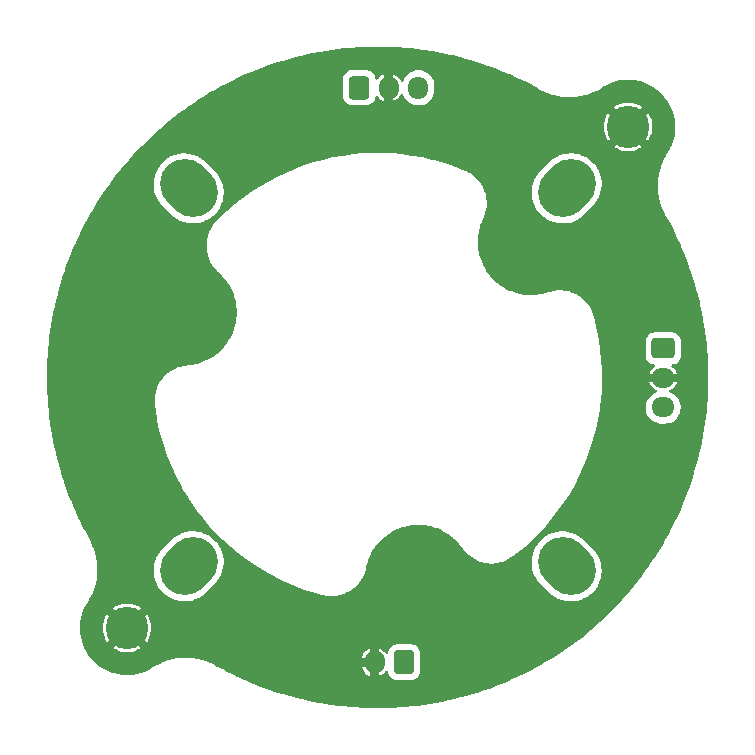
<source format=gbr>
%TF.GenerationSoftware,KiCad,Pcbnew,7.0.8*%
%TF.CreationDate,2023-11-11T10:49:39+01:00*%
%TF.ProjectId,Roborock-CPAP,526f626f-726f-4636-9b2d-435041502e6b,rev?*%
%TF.SameCoordinates,Original*%
%TF.FileFunction,Copper,L2,Bot*%
%TF.FilePolarity,Positive*%
%FSLAX46Y46*%
G04 Gerber Fmt 4.6, Leading zero omitted, Abs format (unit mm)*
G04 Created by KiCad (PCBNEW 7.0.8) date 2023-11-11 10:49:39*
%MOMM*%
%LPD*%
G01*
G04 APERTURE LIST*
G04 Aperture macros list*
%AMRoundRect*
0 Rectangle with rounded corners*
0 $1 Rounding radius*
0 $2 $3 $4 $5 $6 $7 $8 $9 X,Y pos of 4 corners*
0 Add a 4 corners polygon primitive as box body*
4,1,4,$2,$3,$4,$5,$6,$7,$8,$9,$2,$3,0*
0 Add four circle primitives for the rounded corners*
1,1,$1+$1,$2,$3*
1,1,$1+$1,$4,$5*
1,1,$1+$1,$6,$7*
1,1,$1+$1,$8,$9*
0 Add four rect primitives between the rounded corners*
20,1,$1+$1,$2,$3,$4,$5,0*
20,1,$1+$1,$4,$5,$6,$7,0*
20,1,$1+$1,$6,$7,$8,$9,0*
20,1,$1+$1,$8,$9,$2,$3,0*%
%AMHorizOval*
0 Thick line with rounded ends*
0 $1 width*
0 $2 $3 position (X,Y) of the first rounded end (center of the circle)*
0 $4 $5 position (X,Y) of the second rounded end (center of the circle)*
0 Add line between two ends*
20,1,$1,$2,$3,$4,$5,0*
0 Add two circle primitives to create the rounded ends*
1,1,$1,$2,$3*
1,1,$1,$4,$5*%
G04 Aperture macros list end*
%TA.AperFunction,ComponentPad*%
%ADD10C,3.600000*%
%TD*%
%TA.AperFunction,ComponentPad*%
%ADD11RoundRect,0.250000X-0.725000X0.600000X-0.725000X-0.600000X0.725000X-0.600000X0.725000X0.600000X0*%
%TD*%
%TA.AperFunction,ComponentPad*%
%ADD12O,1.950000X1.700000*%
%TD*%
%TA.AperFunction,ComponentPad*%
%ADD13RoundRect,0.250000X-0.600000X-0.725000X0.600000X-0.725000X0.600000X0.725000X-0.600000X0.725000X0*%
%TD*%
%TA.AperFunction,ComponentPad*%
%ADD14O,1.700000X1.950000*%
%TD*%
%TA.AperFunction,ComponentPad*%
%ADD15HorizOval,4.200000X0.353553X0.353553X-0.353553X-0.353553X0*%
%TD*%
%TA.AperFunction,ComponentPad*%
%ADD16RoundRect,0.250000X0.600000X0.750000X-0.600000X0.750000X-0.600000X-0.750000X0.600000X-0.750000X0*%
%TD*%
%TA.AperFunction,ComponentPad*%
%ADD17O,1.700000X2.000000*%
%TD*%
%TA.AperFunction,ComponentPad*%
%ADD18HorizOval,4.200000X0.353553X-0.353553X-0.353553X0.353553X0*%
%TD*%
%TA.AperFunction,ComponentPad*%
%ADD19HorizOval,4.200000X-0.353553X-0.353553X0.353553X0.353553X0*%
%TD*%
G04 APERTURE END LIST*
D10*
%TO.P,H2,2,1*%
%TO.N,GND*%
X132836798Y-116263203D03*
%TD*%
D11*
%TO.P,J2,1,Pin_1*%
%TO.N,VCC_FUSED*%
X178225000Y-92600000D03*
D12*
%TO.P,J2,2,Pin_2*%
%TO.N,GND*%
X178225000Y-95100000D03*
%TO.P,J2,3,Pin_3*%
%TO.N,PWM_OUT*%
X178225000Y-97600000D03*
%TD*%
D13*
%TO.P,J1,1,Pin_1*%
%TO.N,VCC*%
X152500000Y-70525000D03*
D14*
%TO.P,J1,2,Pin_2*%
%TO.N,GND*%
X155000000Y-70525000D03*
%TO.P,J1,3,Pin_3*%
%TO.N,PWM_IN*%
X157500000Y-70525000D03*
%TD*%
D15*
%TO.P,H12,2,1*%
%TO.N,unconnected-(H12-Pad1)*%
X170050001Y-79050000D03*
%TD*%
D10*
%TO.P,H1,1,1*%
%TO.N,GND*%
X175263204Y-73836797D03*
%TD*%
D16*
%TO.P,J3,1,Pin_1*%
%TO.N,VCC_FUSED*%
X156300000Y-119175000D03*
D17*
%TO.P,J3,2,Pin_2*%
%TO.N,GND*%
X153800000Y-119175000D03*
%TD*%
D18*
%TO.P,H14,4,1*%
%TO.N,unconnected-(H14-Pad1)*%
X170050001Y-111050000D03*
%TD*%
%TO.P,H11,1,1*%
%TO.N,unconnected-(H11-Pad1)*%
X138050001Y-79050000D03*
%TD*%
D19*
%TO.P,H13,3,1*%
%TO.N,unconnected-(H13-Pad1)*%
X138050001Y-111050000D03*
%TD*%
%TA.AperFunction,Conductor*%
%TO.N,GND*%
G36*
X153909571Y-67053598D02*
G01*
X154272317Y-67055804D01*
X154833673Y-67063300D01*
X154856506Y-67063870D01*
X154878558Y-67064421D01*
X155315664Y-67083566D01*
X155869104Y-67111541D01*
X155932471Y-67115515D01*
X156356444Y-67150129D01*
X156902961Y-67198158D01*
X156983727Y-67206287D01*
X157393018Y-67255285D01*
X157933773Y-67323128D01*
X158030858Y-67336611D01*
X158278157Y-67375719D01*
X158424000Y-67398783D01*
X158797632Y-67459831D01*
X158959974Y-67486356D01*
X159072228Y-67506283D01*
X159447175Y-67580155D01*
X159980128Y-67687696D01*
X160106548Y-67715089D01*
X160460890Y-67798886D01*
X160992508Y-67926876D01*
X161097883Y-67953903D01*
X161132225Y-67962711D01*
X161462757Y-68054156D01*
X161995889Y-68203665D01*
X162147865Y-68248811D01*
X162449804Y-68344732D01*
X162988636Y-68517669D01*
X163152024Y-68572985D01*
X163417643Y-68668529D01*
X163969547Y-68868561D01*
X164143244Y-68934764D01*
X164358544Y-69021502D01*
X164936958Y-69255797D01*
X165014219Y-69288629D01*
X165102977Y-69326347D01*
X165120068Y-69333610D01*
X165255959Y-69394404D01*
X165889640Y-69678923D01*
X166079841Y-69768353D01*
X166826194Y-70137359D01*
X167013561Y-70234239D01*
X167720171Y-70616891D01*
X167837599Y-70680482D01*
X168022185Y-70784966D01*
X168022188Y-70784967D01*
X168022191Y-70784969D01*
X168406588Y-70961428D01*
X168406590Y-70961429D01*
X168406593Y-70961430D01*
X168495760Y-70993557D01*
X168804512Y-71104801D01*
X168879219Y-71124778D01*
X168883406Y-71126058D01*
X168889514Y-71128162D01*
X168889523Y-71128164D01*
X168889532Y-71128167D01*
X168917530Y-71135023D01*
X169044534Y-71168984D01*
X169213121Y-71214065D01*
X169213125Y-71214065D01*
X169213130Y-71214067D01*
X169213129Y-71214067D01*
X169255031Y-71221551D01*
X169311631Y-71231660D01*
X169315503Y-71232479D01*
X169334345Y-71237094D01*
X169381872Y-71244207D01*
X169629496Y-71288438D01*
X169753040Y-71299864D01*
X169756476Y-71300280D01*
X169787273Y-71304890D01*
X169787280Y-71304890D01*
X169787284Y-71304891D01*
X169829934Y-71307324D01*
X169839754Y-71307884D01*
X170050663Y-71327391D01*
X170200470Y-71328543D01*
X170203484Y-71328640D01*
X170244503Y-71330981D01*
X170294149Y-71329263D01*
X170473616Y-71330644D01*
X170652561Y-71316866D01*
X170702204Y-71315150D01*
X170702212Y-71315149D01*
X170702215Y-71315149D01*
X170719848Y-71312912D01*
X170742952Y-71309981D01*
X170745986Y-71309672D01*
X170895333Y-71298174D01*
X171104391Y-71264141D01*
X171156539Y-71257528D01*
X171186921Y-71250806D01*
X171190343Y-71250149D01*
X171312802Y-71230214D01*
X171556768Y-71168981D01*
X171603700Y-71158599D01*
X171622200Y-71152686D01*
X171625947Y-71151618D01*
X171723043Y-71127249D01*
X172012528Y-71027950D01*
X172039941Y-71019192D01*
X172045861Y-71016682D01*
X172050008Y-71015095D01*
X172076108Y-71006141D01*
X172123126Y-70990014D01*
X172510192Y-70819488D01*
X172766439Y-70679664D01*
X172881474Y-70616894D01*
X172881479Y-70616891D01*
X173010187Y-70531783D01*
X173010277Y-70531756D01*
X173056585Y-70501106D01*
X173059181Y-70499478D01*
X173241472Y-70391411D01*
X173295217Y-70359550D01*
X173363191Y-70319418D01*
X173365945Y-70317883D01*
X173432356Y-70283090D01*
X173434827Y-70281865D01*
X173604625Y-70202485D01*
X173729136Y-70145099D01*
X173732071Y-70143836D01*
X173748233Y-70137359D01*
X173791188Y-70120143D01*
X173964567Y-70058911D01*
X174110870Y-70008727D01*
X174113874Y-70007780D01*
X174162060Y-69993938D01*
X174342458Y-69949471D01*
X174504455Y-69911712D01*
X174507496Y-69911083D01*
X174542131Y-69904840D01*
X174731216Y-69877449D01*
X174905845Y-69855053D01*
X174908975Y-69854732D01*
X174927256Y-69853323D01*
X175126096Y-69844161D01*
X175268038Y-69840453D01*
X175310246Y-69839351D01*
X175315132Y-69839413D01*
X175522818Y-69850175D01*
X175564517Y-69853322D01*
X175707617Y-69864120D01*
X175712192Y-69864637D01*
X175917322Y-69895553D01*
X176100503Y-69928274D01*
X176104813Y-69929203D01*
X176305483Y-69979888D01*
X176485074Y-70031180D01*
X176489025Y-70032453D01*
X176683524Y-70102399D01*
X176857420Y-70171784D01*
X176861076Y-70173379D01*
X177047642Y-70261904D01*
X177213931Y-70348705D01*
X177217206Y-70350542D01*
X177394155Y-70456815D01*
X177551037Y-70560165D01*
X177553931Y-70562191D01*
X177718533Y-70684405D01*
X177720772Y-70686147D01*
X177865433Y-70804080D01*
X177867932Y-70806229D01*
X178019789Y-70943913D01*
X178021987Y-70946007D01*
X178153991Y-71078011D01*
X178156088Y-71080213D01*
X178292089Y-71230213D01*
X178293764Y-71232060D01*
X178295912Y-71234557D01*
X178332398Y-71279313D01*
X178413855Y-71379233D01*
X178415607Y-71381484D01*
X178537805Y-71546064D01*
X178539834Y-71548963D01*
X178643183Y-71705844D01*
X178749465Y-71882805D01*
X178751306Y-71886090D01*
X178838105Y-72052378D01*
X178926611Y-72238906D01*
X178928208Y-72242567D01*
X178997616Y-72416520D01*
X179067532Y-72610933D01*
X179068822Y-72614938D01*
X179086469Y-72676723D01*
X179120122Y-72794555D01*
X179170787Y-72995149D01*
X179171723Y-72999500D01*
X179204456Y-73182744D01*
X179235353Y-73387743D01*
X179235878Y-73392393D01*
X179249827Y-73577243D01*
X179260584Y-73784855D01*
X179260647Y-73789762D01*
X179255834Y-73973991D01*
X179246679Y-74172671D01*
X179245269Y-74190993D01*
X179244943Y-74194172D01*
X179222533Y-74368902D01*
X179195163Y-74557831D01*
X179188933Y-74592410D01*
X179188286Y-74595540D01*
X179150489Y-74757702D01*
X179106068Y-74937909D01*
X179092231Y-74986080D01*
X179091271Y-74989129D01*
X179041018Y-75135632D01*
X178979874Y-75308763D01*
X178956162Y-75367926D01*
X178954899Y-75370859D01*
X178897346Y-75495731D01*
X178818152Y-75665127D01*
X178816886Y-75667683D01*
X178782128Y-75734028D01*
X178780573Y-75736821D01*
X178740426Y-75804822D01*
X178600535Y-76040795D01*
X178598877Y-76043439D01*
X178570948Y-76085637D01*
X178570781Y-76085957D01*
X178483124Y-76218525D01*
X178452691Y-76274298D01*
X178280525Y-76589815D01*
X178172766Y-76834412D01*
X178109997Y-76976887D01*
X178109997Y-76976888D01*
X178084921Y-77049988D01*
X178083340Y-77054118D01*
X178080824Y-77060055D01*
X178072037Y-77087549D01*
X178003766Y-77286585D01*
X177972765Y-77376962D01*
X177970101Y-77387578D01*
X177948410Y-77473993D01*
X177947317Y-77477832D01*
X177941415Y-77496299D01*
X177941414Y-77496306D01*
X177931029Y-77543248D01*
X177869800Y-77787200D01*
X177849868Y-77909637D01*
X177849199Y-77913121D01*
X177842489Y-77943452D01*
X177842485Y-77943476D01*
X177835871Y-77995619D01*
X177810059Y-78154181D01*
X177802155Y-78202746D01*
X177801841Y-78204672D01*
X177790344Y-78353976D01*
X177790029Y-78357064D01*
X177784866Y-78397782D01*
X177784865Y-78397796D01*
X177783147Y-78447465D01*
X177769371Y-78626385D01*
X177770751Y-78805842D01*
X177769034Y-78855511D01*
X177771371Y-78896461D01*
X177771471Y-78899566D01*
X177772624Y-79049337D01*
X177792129Y-79260230D01*
X177795123Y-79312712D01*
X177795126Y-79312735D01*
X177799729Y-79343489D01*
X177800155Y-79347012D01*
X177811577Y-79470505D01*
X177855802Y-79718098D01*
X177862921Y-79765657D01*
X177867531Y-79784482D01*
X177868357Y-79788387D01*
X177878627Y-79845881D01*
X177881309Y-79860897D01*
X177885951Y-79886880D01*
X177964974Y-80182400D01*
X177971852Y-80210483D01*
X177971854Y-80210490D01*
X177971855Y-80210492D01*
X177973954Y-80216585D01*
X177975251Y-80220830D01*
X177995214Y-80295484D01*
X178138586Y-80693407D01*
X178315045Y-81077804D01*
X178315048Y-81077810D01*
X178418203Y-81260048D01*
X178419179Y-81261773D01*
X178865654Y-82086237D01*
X178962747Y-82274016D01*
X179331565Y-83019988D01*
X179421176Y-83210576D01*
X179705380Y-83843556D01*
X179766315Y-83979761D01*
X179844304Y-84163287D01*
X180049587Y-84670078D01*
X180078188Y-84740685D01*
X180165194Y-84956649D01*
X180231541Y-85130730D01*
X180431343Y-85682000D01*
X180526978Y-85947871D01*
X180582396Y-86111563D01*
X180755105Y-86649682D01*
X180851142Y-86951984D01*
X180896422Y-87104412D01*
X181045733Y-87636843D01*
X181137244Y-87967607D01*
X181173186Y-88107745D01*
X181301012Y-88638680D01*
X181384876Y-88993299D01*
X181412380Y-89120238D01*
X181519750Y-89652346D01*
X181593687Y-90027615D01*
X181613689Y-90140294D01*
X181701158Y-90675632D01*
X181763374Y-91069052D01*
X181776910Y-91166521D01*
X181844673Y-91706647D01*
X181893696Y-92116117D01*
X181901868Y-92197322D01*
X181949848Y-92743279D01*
X181984473Y-93167372D01*
X181988480Y-93231294D01*
X182016424Y-93784121D01*
X182035573Y-94221283D01*
X182036706Y-94266746D01*
X182044193Y-94827374D01*
X182046925Y-95276409D01*
X182046594Y-95302276D01*
X182033049Y-95871359D01*
X182026061Y-96092400D01*
X182018511Y-96331202D01*
X182018432Y-96332757D01*
X182018255Y-96336245D01*
X181982954Y-96914716D01*
X181950785Y-97378212D01*
X181893931Y-97955891D01*
X181844076Y-98420117D01*
X181766087Y-98993221D01*
X181698463Y-99457370D01*
X181599575Y-100025260D01*
X181514172Y-100488372D01*
X181394570Y-101050736D01*
X181291456Y-101511736D01*
X181151381Y-102067950D01*
X181030616Y-102526078D01*
X180870326Y-103075516D01*
X180732036Y-103529911D01*
X180551777Y-104072032D01*
X180396123Y-104521875D01*
X180196195Y-105056011D01*
X180023346Y-105500585D01*
X179804055Y-106026114D01*
X179614232Y-106464654D01*
X179375873Y-106981025D01*
X179169377Y-107412695D01*
X178912308Y-107919255D01*
X178689366Y-108343459D01*
X178413937Y-108839622D01*
X178174899Y-109255594D01*
X177881482Y-109740770D01*
X177626695Y-110147830D01*
X177315682Y-110621435D01*
X177045542Y-111018892D01*
X176717327Y-111480374D01*
X176432196Y-111867651D01*
X176087240Y-112316395D01*
X175787597Y-112692807D01*
X175426323Y-113128296D01*
X175112595Y-113493283D01*
X174735486Y-113914951D01*
X174408154Y-114267936D01*
X174015679Y-114675270D01*
X173675276Y-115015673D01*
X173267915Y-115408174D01*
X172914974Y-115735465D01*
X172493275Y-116112602D01*
X172128296Y-116426323D01*
X171692815Y-116787591D01*
X171316389Y-117087246D01*
X170867620Y-117432220D01*
X170480385Y-117717319D01*
X170018925Y-118045520D01*
X169621426Y-118315688D01*
X169147812Y-118626707D01*
X168740770Y-118881482D01*
X168255605Y-119174893D01*
X167839618Y-119413940D01*
X167343461Y-119689365D01*
X166919292Y-119912290D01*
X166412698Y-120169375D01*
X165980982Y-120375893D01*
X165464648Y-120614235D01*
X165026097Y-120804062D01*
X164500611Y-121023335D01*
X164055949Y-121196218D01*
X163521944Y-121396098D01*
X163071962Y-121551800D01*
X162529923Y-121732033D01*
X162075493Y-121870333D01*
X161526089Y-122030613D01*
X161067929Y-122151387D01*
X160511745Y-122291454D01*
X160050736Y-122394570D01*
X159488376Y-122514172D01*
X159025286Y-122599571D01*
X158457365Y-122698464D01*
X157993235Y-122766085D01*
X157420126Y-122844075D01*
X156955855Y-122893935D01*
X156378210Y-122950785D01*
X155914760Y-122982951D01*
X155336157Y-123018260D01*
X155331202Y-123018511D01*
X155249951Y-123021079D01*
X154871442Y-123033046D01*
X154302265Y-123046595D01*
X154276409Y-123046925D01*
X153827374Y-123044193D01*
X153266744Y-123036706D01*
X153221282Y-123035573D01*
X152784120Y-123016424D01*
X152231243Y-122988478D01*
X152167408Y-122984476D01*
X151743285Y-122949848D01*
X151197278Y-122901864D01*
X151116142Y-122893699D01*
X150706658Y-122844675D01*
X150166530Y-122776911D01*
X150069053Y-122763374D01*
X149675578Y-122701149D01*
X149140279Y-122613687D01*
X149027617Y-122593688D01*
X148652421Y-122519765D01*
X148120237Y-122412380D01*
X147993289Y-122384874D01*
X147638695Y-122301016D01*
X147107747Y-122173187D01*
X147022749Y-122151387D01*
X146967614Y-122137246D01*
X146636898Y-122045749D01*
X146104401Y-121896418D01*
X145951975Y-121851139D01*
X145649822Y-121755149D01*
X145111551Y-121582392D01*
X144947867Y-121526976D01*
X144681915Y-121431313D01*
X144130699Y-121231530D01*
X143956661Y-121165198D01*
X143740811Y-121078238D01*
X143163276Y-120844299D01*
X142979741Y-120766307D01*
X142843995Y-120705577D01*
X142588575Y-120590895D01*
X142210576Y-120421176D01*
X142161610Y-120398153D01*
X142019998Y-120331569D01*
X141730163Y-120188272D01*
X141273960Y-119962719D01*
X141086279Y-119865676D01*
X140503346Y-119550000D01*
X152719627Y-119550000D01*
X152774149Y-119735686D01*
X152774153Y-119735696D01*
X152870408Y-119922406D01*
X152870414Y-119922415D01*
X153000265Y-120087533D01*
X153000276Y-120087545D01*
X153159036Y-120225110D01*
X153159036Y-120225111D01*
X153340964Y-120330146D01*
X153340966Y-120330147D01*
X153424999Y-120359232D01*
X153425000Y-120359232D01*
X153425000Y-119550000D01*
X152719627Y-119550000D01*
X140503346Y-119550000D01*
X140476790Y-119535619D01*
X140262412Y-119419526D01*
X140261853Y-119419210D01*
X140261854Y-119419210D01*
X140077816Y-119315036D01*
X140077817Y-119315036D01*
X140077813Y-119315034D01*
X140077811Y-119315033D01*
X139929366Y-119246889D01*
X153300000Y-119246889D01*
X153340507Y-119384844D01*
X153418239Y-119505798D01*
X153526900Y-119599952D01*
X153657685Y-119659680D01*
X153764237Y-119675000D01*
X153835763Y-119675000D01*
X153942315Y-119659680D01*
X154073100Y-119599952D01*
X154175000Y-119511656D01*
X154175000Y-120363023D01*
X154352502Y-120281961D01*
X154523623Y-120160106D01*
X154668592Y-120008066D01*
X154712195Y-119940218D01*
X154765851Y-119893725D01*
X154836124Y-119883620D01*
X154900706Y-119913113D01*
X154939090Y-119972839D01*
X154943542Y-119995532D01*
X154952112Y-120079425D01*
X155007885Y-120247738D01*
X155100970Y-120398652D01*
X155100975Y-120398658D01*
X155226341Y-120524024D01*
X155226347Y-120524029D01*
X155226348Y-120524030D01*
X155377262Y-120617115D01*
X155545574Y-120672887D01*
X155649455Y-120683500D01*
X156950544Y-120683499D01*
X157054426Y-120672887D01*
X157222738Y-120617115D01*
X157373652Y-120524030D01*
X157499030Y-120398652D01*
X157592115Y-120247738D01*
X157647887Y-120079426D01*
X157658500Y-119975545D01*
X157658499Y-118374456D01*
X157647887Y-118270574D01*
X157592115Y-118102262D01*
X157499030Y-117951348D01*
X157499029Y-117951347D01*
X157499024Y-117951341D01*
X157373658Y-117825975D01*
X157373652Y-117825970D01*
X157222738Y-117732885D01*
X157103041Y-117693222D01*
X157054427Y-117677113D01*
X157054420Y-117677112D01*
X156950553Y-117666500D01*
X155649455Y-117666500D01*
X155545574Y-117677112D01*
X155377261Y-117732885D01*
X155226347Y-117825970D01*
X155226341Y-117825975D01*
X155100975Y-117951341D01*
X155100970Y-117951347D01*
X155007885Y-118102262D01*
X154952113Y-118270572D01*
X154952112Y-118270579D01*
X154944014Y-118349839D01*
X154917192Y-118415573D01*
X154859088Y-118456371D01*
X154788151Y-118459280D01*
X154726903Y-118423375D01*
X154719625Y-118414919D01*
X154599734Y-118262466D01*
X154599723Y-118262454D01*
X154440963Y-118124889D01*
X154440963Y-118124888D01*
X154259034Y-118019852D01*
X154175000Y-117990767D01*
X154175000Y-118838343D01*
X154073100Y-118750048D01*
X153942315Y-118690320D01*
X153835763Y-118675000D01*
X153764237Y-118675000D01*
X153657685Y-118690320D01*
X153526900Y-118750048D01*
X153418239Y-118844202D01*
X153340507Y-118965156D01*
X153300000Y-119103111D01*
X153300000Y-119246889D01*
X139929366Y-119246889D01*
X139693413Y-119138574D01*
X139693410Y-119138572D01*
X139693408Y-119138572D01*
X139552069Y-119087647D01*
X139295489Y-118995200D01*
X139283695Y-118992046D01*
X139220828Y-118975234D01*
X139216596Y-118973942D01*
X139210500Y-118971843D01*
X139210493Y-118971841D01*
X139210487Y-118971839D01*
X139210467Y-118971834D01*
X139182456Y-118964973D01*
X138886881Y-118885937D01*
X138788386Y-118868342D01*
X138784480Y-118867516D01*
X138771294Y-118864287D01*
X138765657Y-118862907D01*
X138765654Y-118862906D01*
X138765648Y-118862905D01*
X138718082Y-118855785D01*
X138470508Y-118811563D01*
X138347002Y-118800140D01*
X138345836Y-118799999D01*
X152723119Y-118799999D01*
X152723120Y-118800000D01*
X153425000Y-118800000D01*
X153425000Y-117986975D01*
X153424999Y-117986974D01*
X153247502Y-118068036D01*
X153247498Y-118068038D01*
X153076376Y-118189893D01*
X152931406Y-118341934D01*
X152817830Y-118518661D01*
X152739756Y-118713681D01*
X152723119Y-118799999D01*
X138345836Y-118799999D01*
X138343479Y-118799714D01*
X138312727Y-118795111D01*
X138260242Y-118792116D01*
X138049338Y-118772611D01*
X137899596Y-118771458D01*
X137896493Y-118771358D01*
X137855502Y-118769020D01*
X137855499Y-118769020D01*
X137855498Y-118769020D01*
X137846786Y-118769321D01*
X137805834Y-118770737D01*
X137628690Y-118769374D01*
X137626386Y-118769357D01*
X137626385Y-118769357D01*
X137447466Y-118783132D01*
X137397789Y-118784851D01*
X137357064Y-118790015D01*
X137353976Y-118790330D01*
X137222396Y-118800462D01*
X137204669Y-118801827D01*
X137077234Y-118822571D01*
X136995623Y-118835857D01*
X136984376Y-118837284D01*
X136943463Y-118842472D01*
X136913104Y-118849188D01*
X136909621Y-118849856D01*
X136787199Y-118869786D01*
X136543276Y-118931007D01*
X136496302Y-118941400D01*
X136496286Y-118941405D01*
X136477817Y-118947307D01*
X136473979Y-118948400D01*
X136407952Y-118964973D01*
X136376959Y-118972752D01*
X136316438Y-118993511D01*
X136087578Y-119072013D01*
X136065667Y-119079016D01*
X136060061Y-119080808D01*
X136060059Y-119080809D01*
X136060048Y-119080813D01*
X136054108Y-119083329D01*
X136049978Y-119084910D01*
X135976873Y-119109988D01*
X135877000Y-119153988D01*
X135589810Y-119280512D01*
X135218523Y-119483109D01*
X135043413Y-119598896D01*
X135040792Y-119600538D01*
X134805211Y-119740198D01*
X134736871Y-119780544D01*
X134734079Y-119782099D01*
X134667598Y-119816928D01*
X134665042Y-119818194D01*
X134495763Y-119897334D01*
X134370919Y-119954875D01*
X134367983Y-119956138D01*
X134308677Y-119979905D01*
X134135708Y-120040992D01*
X133989189Y-120091251D01*
X133986141Y-120092210D01*
X133937826Y-120106089D01*
X133757685Y-120150494D01*
X133595604Y-120188272D01*
X133592475Y-120188919D01*
X133557758Y-120195174D01*
X133368864Y-120222539D01*
X133194231Y-120244937D01*
X133191057Y-120245262D01*
X133186292Y-120245629D01*
X133172588Y-120246684D01*
X132973997Y-120255835D01*
X132789772Y-120260648D01*
X132784865Y-120260585D01*
X132577265Y-120249829D01*
X132392385Y-120235878D01*
X132387737Y-120235353D01*
X132359203Y-120231052D01*
X132182787Y-120204464D01*
X132130774Y-120195174D01*
X131999479Y-120171721D01*
X131995128Y-120170784D01*
X131794550Y-120120122D01*
X131726324Y-120100636D01*
X131614940Y-120068824D01*
X131610933Y-120067532D01*
X131416512Y-119997614D01*
X131242571Y-119928211D01*
X131238910Y-119926614D01*
X131052387Y-119838110D01*
X130886075Y-119751298D01*
X130882790Y-119749457D01*
X130705847Y-119643186D01*
X130564394Y-119550000D01*
X130548954Y-119539828D01*
X130546056Y-119537800D01*
X130387520Y-119420091D01*
X130381475Y-119415603D01*
X130379239Y-119413861D01*
X130258014Y-119315036D01*
X130234556Y-119295912D01*
X130232056Y-119293762D01*
X130217442Y-119280512D01*
X130080216Y-119156092D01*
X130078006Y-119153988D01*
X129946028Y-119022009D01*
X129943908Y-119019783D01*
X129855501Y-118922278D01*
X129806207Y-118867909D01*
X129804079Y-118865435D01*
X129686152Y-118720780D01*
X129684423Y-118718559D01*
X129562179Y-118553917D01*
X129560158Y-118551027D01*
X129456819Y-118394160D01*
X129350545Y-118217212D01*
X129348703Y-118213927D01*
X129261891Y-118047616D01*
X129216208Y-117951341D01*
X129173378Y-117861076D01*
X129171783Y-117857419D01*
X129102392Y-117683507D01*
X129096276Y-117666500D01*
X129032460Y-117489049D01*
X129031180Y-117485078D01*
X128979887Y-117305489D01*
X128929203Y-117104819D01*
X128928278Y-117100527D01*
X128895545Y-116917273D01*
X128864637Y-116712200D01*
X128864122Y-116707641D01*
X128850172Y-116522781D01*
X128839411Y-116315109D01*
X128839349Y-116310233D01*
X128840578Y-116263207D01*
X130782008Y-116263207D01*
X130801144Y-116542983D01*
X130801145Y-116542989D01*
X130858203Y-116817572D01*
X130858205Y-116817580D01*
X130952123Y-117081840D01*
X131081149Y-117330845D01*
X131146393Y-117423275D01*
X131146395Y-117423276D01*
X131471774Y-117097896D01*
X131538368Y-117206568D01*
X131701928Y-117398073D01*
X131893433Y-117561633D01*
X132002102Y-117628225D01*
X131674590Y-117955738D01*
X131674590Y-117955739D01*
X131891460Y-118087620D01*
X132148684Y-118199348D01*
X132418741Y-118275015D01*
X132696563Y-118313202D01*
X132696574Y-118313203D01*
X132977022Y-118313203D01*
X132977032Y-118313202D01*
X133254854Y-118275015D01*
X133524911Y-118199348D01*
X133782132Y-118087622D01*
X133999004Y-117955738D01*
X133671492Y-117628226D01*
X133780163Y-117561633D01*
X133971668Y-117398073D01*
X134135228Y-117206568D01*
X134201821Y-117097897D01*
X134527200Y-117423276D01*
X134527201Y-117423276D01*
X134592444Y-117330846D01*
X134592452Y-117330833D01*
X134721472Y-117081840D01*
X134815390Y-116817580D01*
X134815392Y-116817572D01*
X134872450Y-116542989D01*
X134872451Y-116542983D01*
X134891588Y-116263207D01*
X134891588Y-116263198D01*
X134872451Y-115983422D01*
X134872450Y-115983416D01*
X134815392Y-115708833D01*
X134815390Y-115708825D01*
X134721472Y-115444565D01*
X134592449Y-115195565D01*
X134527200Y-115103128D01*
X134201820Y-115428507D01*
X134135228Y-115319838D01*
X133971668Y-115128333D01*
X133780163Y-114964773D01*
X133671491Y-114898179D01*
X133999004Y-114570666D01*
X133782132Y-114438783D01*
X133524911Y-114327057D01*
X133254854Y-114251390D01*
X132977032Y-114213203D01*
X132696563Y-114213203D01*
X132418741Y-114251390D01*
X132148684Y-114327057D01*
X131891460Y-114438785D01*
X131674591Y-114570665D01*
X131674590Y-114570666D01*
X132002103Y-114898179D01*
X131893433Y-114964773D01*
X131701928Y-115128333D01*
X131538368Y-115319838D01*
X131471774Y-115428508D01*
X131146394Y-115103128D01*
X131146393Y-115103129D01*
X131081147Y-115195564D01*
X131081146Y-115195565D01*
X130952123Y-115444565D01*
X130858205Y-115708825D01*
X130858203Y-115708833D01*
X130801145Y-115983416D01*
X130801144Y-115983422D01*
X130782008Y-116263198D01*
X130782008Y-116263207D01*
X128840578Y-116263207D01*
X128844162Y-116126052D01*
X128853317Y-115927383D01*
X128853689Y-115922544D01*
X128854738Y-115908912D01*
X128855061Y-115905765D01*
X128862586Y-115847101D01*
X128877452Y-115731187D01*
X128904824Y-115542240D01*
X128911087Y-115507479D01*
X128911727Y-115504388D01*
X128925671Y-115444565D01*
X128949480Y-115342415D01*
X128993917Y-115162141D01*
X129004294Y-115126021D01*
X129007785Y-115113866D01*
X129008744Y-115110819D01*
X129058908Y-114964568D01*
X129120107Y-114791284D01*
X129143867Y-114731999D01*
X129145131Y-114729064D01*
X129202588Y-114604403D01*
X129218360Y-114570666D01*
X129281821Y-114434921D01*
X129283052Y-114432435D01*
X129317907Y-114365907D01*
X129319437Y-114363157D01*
X129359745Y-114294884D01*
X129499082Y-114059846D01*
X129501537Y-114056029D01*
X129527254Y-114019061D01*
X129531025Y-114011311D01*
X129532378Y-114009266D01*
X129616881Y-113881471D01*
X129631447Y-113854778D01*
X129792487Y-113559648D01*
X129819477Y-113510185D01*
X129908740Y-113307572D01*
X129989998Y-113123131D01*
X129989998Y-113123130D01*
X129989999Y-113123125D01*
X129990002Y-113123120D01*
X130015091Y-113049977D01*
X130016659Y-113045882D01*
X130019180Y-113039936D01*
X130027946Y-113012500D01*
X130127237Y-112723038D01*
X130151601Y-112625964D01*
X130152683Y-112622170D01*
X130156305Y-112610834D01*
X130158586Y-112603701D01*
X130168970Y-112556762D01*
X130173848Y-112537329D01*
X130230202Y-112312799D01*
X130250136Y-112190342D01*
X130250792Y-112186921D01*
X130257515Y-112156536D01*
X130264125Y-112104411D01*
X130298161Y-111895330D01*
X130309662Y-111745945D01*
X130309962Y-111742997D01*
X130315137Y-111702202D01*
X130316854Y-111652542D01*
X130330631Y-111473614D01*
X130329250Y-111294147D01*
X130329641Y-111282861D01*
X135085778Y-111282861D01*
X135090599Y-111595763D01*
X135090735Y-111604590D01*
X135135190Y-111923278D01*
X135165895Y-112037869D01*
X135218471Y-112234088D01*
X135339314Y-112532305D01*
X135339317Y-112532311D01*
X135495888Y-112813408D01*
X135495892Y-112813415D01*
X135685827Y-113073152D01*
X135685831Y-113073156D01*
X135906233Y-113307572D01*
X135906236Y-113307574D01*
X135906241Y-113307579D01*
X136106380Y-113473772D01*
X136153791Y-113513142D01*
X136153798Y-113513147D01*
X136361912Y-113646482D01*
X136424728Y-113686727D01*
X136714943Y-113825702D01*
X136714945Y-113825702D01*
X136714948Y-113825704D01*
X136954313Y-113905931D01*
X137020036Y-113927959D01*
X137335382Y-113991948D01*
X137656202Y-114016700D01*
X137977633Y-114001839D01*
X138294800Y-113947592D01*
X138602898Y-113854778D01*
X138897255Y-113724807D01*
X139173408Y-113559648D01*
X139427172Y-113361805D01*
X140304871Y-112484106D01*
X140464637Y-112303336D01*
X140646483Y-112037874D01*
X140794329Y-111752077D01*
X140905932Y-111450277D01*
X140979603Y-111137052D01*
X141014223Y-110817145D01*
X141009267Y-110495410D01*
X140964812Y-110176722D01*
X140881531Y-109865913D01*
X140760687Y-109567693D01*
X140604110Y-109286585D01*
X140414175Y-109026848D01*
X140355905Y-108964873D01*
X140193768Y-108792427D01*
X140193765Y-108792425D01*
X140193763Y-108792424D01*
X140193761Y-108792421D01*
X139946211Y-108586857D01*
X139946210Y-108586856D01*
X139946203Y-108586851D01*
X139675280Y-108413276D01*
X139674770Y-108413032D01*
X139450576Y-108305672D01*
X139385053Y-108274295D01*
X139079970Y-108172042D01*
X139079963Y-108172040D01*
X138764622Y-108108051D01*
X138764624Y-108108051D01*
X138581294Y-108093907D01*
X138443800Y-108083300D01*
X138443798Y-108083300D01*
X138443797Y-108083300D01*
X138390199Y-108085778D01*
X138122369Y-108098160D01*
X138122365Y-108098160D01*
X138122358Y-108098161D01*
X137805217Y-108152404D01*
X137805206Y-108152407D01*
X137805203Y-108152407D01*
X137805202Y-108152408D01*
X137740033Y-108172040D01*
X137497103Y-108245222D01*
X137497099Y-108245223D01*
X137202751Y-108375191D01*
X137202738Y-108375197D01*
X136926595Y-108540350D01*
X136672837Y-108738189D01*
X136672834Y-108738191D01*
X135795131Y-109615894D01*
X135635364Y-109796663D01*
X135453522Y-110062119D01*
X135453514Y-110062132D01*
X135305674Y-110347919D01*
X135194071Y-110649717D01*
X135194069Y-110649726D01*
X135120399Y-110962944D01*
X135085778Y-111282861D01*
X130329641Y-111282861D01*
X130330968Y-111244503D01*
X130328627Y-111203481D01*
X130328530Y-111200468D01*
X130327378Y-111050663D01*
X130307871Y-110839750D01*
X130304877Y-110787274D01*
X130300265Y-110756467D01*
X130299852Y-110753051D01*
X130288425Y-110629497D01*
X130244195Y-110381878D01*
X130240540Y-110357460D01*
X130237081Y-110334346D01*
X130232463Y-110315489D01*
X130231651Y-110311653D01*
X130214052Y-110213123D01*
X130135012Y-109917540D01*
X130128152Y-109889526D01*
X130128149Y-109889515D01*
X130126042Y-109883398D01*
X130124762Y-109879211D01*
X130104789Y-109804516D01*
X129966103Y-109419601D01*
X129961418Y-109406598D01*
X129906877Y-109287787D01*
X129784957Y-109022196D01*
X129768568Y-108993243D01*
X129680810Y-108838204D01*
X129680782Y-108838152D01*
X129234270Y-108013618D01*
X129218691Y-107983488D01*
X129137352Y-107826181D01*
X128768366Y-107079868D01*
X128721891Y-106981025D01*
X128678913Y-106889620D01*
X128394286Y-106255696D01*
X128333612Y-106120074D01*
X128255772Y-105936897D01*
X128133095Y-105634039D01*
X128021541Y-105358642D01*
X127934764Y-105143244D01*
X127868542Y-104969496D01*
X127668561Y-104417733D01*
X127572977Y-104151999D01*
X127517672Y-103988646D01*
X127458029Y-103802813D01*
X127344774Y-103449935D01*
X127248812Y-103147869D01*
X127203651Y-102995843D01*
X127054211Y-102462953D01*
X126962713Y-102132234D01*
X126962713Y-102132233D01*
X126926877Y-101992514D01*
X126798868Y-101460818D01*
X126715086Y-101106538D01*
X126687695Y-100980122D01*
X126580198Y-100447389D01*
X126547170Y-100279755D01*
X126506282Y-100072222D01*
X126486365Y-99960030D01*
X126398796Y-99424077D01*
X126336607Y-99030830D01*
X126331384Y-98993221D01*
X126323128Y-98933775D01*
X126255290Y-98393051D01*
X126206289Y-97983756D01*
X126198159Y-97902976D01*
X126150133Y-97356487D01*
X126115515Y-96932467D01*
X126114359Y-96914036D01*
X135170122Y-96914036D01*
X135175272Y-97238736D01*
X135191700Y-97370442D01*
X135191696Y-97370481D01*
X135195369Y-97399861D01*
X135247571Y-97818919D01*
X135389159Y-98651561D01*
X135567600Y-99477090D01*
X135782543Y-100293876D01*
X136033562Y-101100306D01*
X136320163Y-101894787D01*
X136641779Y-102675750D01*
X136997774Y-103441653D01*
X137387447Y-104190983D01*
X137598441Y-104556108D01*
X137810027Y-104922259D01*
X138264679Y-105634039D01*
X138750507Y-106324917D01*
X139266550Y-106993527D01*
X139811789Y-107638549D01*
X140385147Y-108258710D01*
X140985493Y-108852785D01*
X141611640Y-109419601D01*
X142262351Y-109958037D01*
X142936343Y-110467032D01*
X143632283Y-110945578D01*
X144348798Y-111392733D01*
X145084471Y-111807611D01*
X145837851Y-112189394D01*
X146607449Y-112537329D01*
X146847695Y-112633329D01*
X146848779Y-112634180D01*
X146868978Y-112641833D01*
X147391746Y-112850727D01*
X147554754Y-112907603D01*
X147651331Y-112941301D01*
X147653996Y-112943208D01*
X147698623Y-112957802D01*
X147855205Y-113012436D01*
X148189192Y-113128970D01*
X148468084Y-113212580D01*
X148472397Y-113215386D01*
X148537762Y-113233469D01*
X148998213Y-113371509D01*
X149355671Y-113461550D01*
X149355707Y-113461572D01*
X149365281Y-113463985D01*
X149365292Y-113463991D01*
X149372173Y-113465722D01*
X149565161Y-113514367D01*
X149565160Y-113514367D01*
X149718757Y-113535808D01*
X149886788Y-113559264D01*
X150211382Y-113569190D01*
X150535151Y-113544030D01*
X150854314Y-113484079D01*
X151165144Y-113390035D01*
X151464010Y-113262998D01*
X151747422Y-113104451D01*
X152012070Y-112916246D01*
X152254862Y-112700581D01*
X152472964Y-112459975D01*
X152663827Y-112197238D01*
X152825222Y-111915439D01*
X152955266Y-111617868D01*
X153052438Y-111308002D01*
X153083734Y-111150090D01*
X153084335Y-111147382D01*
X153150040Y-110879967D01*
X153159996Y-110839760D01*
X153181177Y-110754220D01*
X153182750Y-110748894D01*
X153197689Y-110705462D01*
X153258577Y-110528442D01*
X153269548Y-110497102D01*
X153316703Y-110362388D01*
X153318655Y-110357492D01*
X153410334Y-110153102D01*
X153412757Y-110147830D01*
X153487676Y-109984765D01*
X153489969Y-109980267D01*
X153597851Y-109788304D01*
X153692647Y-109624514D01*
X153695243Y-109620405D01*
X153818851Y-109440641D01*
X153929890Y-109284653D01*
X153932689Y-109281014D01*
X154071263Y-109114041D01*
X154197368Y-108968098D01*
X154200334Y-108964900D01*
X154352876Y-108811649D01*
X154492810Y-108677520D01*
X154495880Y-108674769D01*
X154661259Y-108536218D01*
X154813716Y-108415372D01*
X154816839Y-108413054D01*
X154993747Y-108290198D01*
X155157334Y-108183891D01*
X155160467Y-108181984D01*
X155347556Y-108075697D01*
X155520755Y-107985021D01*
X155523841Y-107983512D01*
X155719687Y-107894573D01*
X155900923Y-107820429D01*
X155903902Y-107819301D01*
X156106958Y-107748402D01*
X156294539Y-107691535D01*
X156297404Y-107690742D01*
X156504762Y-107638773D01*
X156507350Y-107638186D01*
X156698340Y-107599393D01*
X156701048Y-107598907D01*
X156912164Y-107565875D01*
X156915137Y-107565484D01*
X157110053Y-107544662D01*
X157324660Y-107530725D01*
X157327820Y-107530603D01*
X157523695Y-107528166D01*
X157738646Y-107533650D01*
X157742101Y-107533835D01*
X157936980Y-107549759D01*
X158150662Y-107574630D01*
X158154321Y-107575166D01*
X158346416Y-107609229D01*
X158557209Y-107653327D01*
X158561052Y-107654259D01*
X158748573Y-107706051D01*
X158954821Y-107769079D01*
X158958764Y-107770430D01*
X159139970Y-107839350D01*
X159340166Y-107920927D01*
X159344179Y-107922730D01*
X159511838Y-108005259D01*
X159517195Y-108007896D01*
X159709921Y-108107571D01*
X159713984Y-108109867D01*
X159877023Y-108210141D01*
X160060978Y-108327443D01*
X160064979Y-108330219D01*
X160216158Y-108444044D01*
X160340759Y-108540352D01*
X160390348Y-108578681D01*
X160394267Y-108581973D01*
X160452817Y-108635363D01*
X160531147Y-108706791D01*
X160695270Y-108859191D01*
X160699033Y-108862996D01*
X160817361Y-108993243D01*
X160973087Y-109166535D01*
X160976635Y-109170855D01*
X161032183Y-109244942D01*
X161064028Y-109287417D01*
X161153077Y-109406593D01*
X161219028Y-109494859D01*
X161219921Y-109496172D01*
X161219966Y-109496238D01*
X161220247Y-109496651D01*
X161249067Y-109539009D01*
X161311212Y-109630545D01*
X161511339Y-109865913D01*
X161521569Y-109877945D01*
X161521573Y-109877949D01*
X161757399Y-110101204D01*
X162015923Y-110297693D01*
X162015934Y-110297701D01*
X162294170Y-110465157D01*
X162294171Y-110465158D01*
X162588853Y-110601610D01*
X162588856Y-110601611D01*
X162731375Y-110649717D01*
X162896536Y-110705466D01*
X163050589Y-110739496D01*
X163213631Y-110775512D01*
X163213637Y-110775513D01*
X163372691Y-110792965D01*
X163536435Y-110810932D01*
X163861175Y-110811310D01*
X163861175Y-110811309D01*
X163861177Y-110811310D01*
X163918254Y-110805181D01*
X164184060Y-110776643D01*
X164501318Y-110707335D01*
X164653974Y-110656203D01*
X167083301Y-110656203D01*
X167090417Y-110810104D01*
X167098162Y-110977632D01*
X167152409Y-111294799D01*
X167244133Y-111599279D01*
X167245223Y-111602897D01*
X167245224Y-111602901D01*
X167316630Y-111764619D01*
X167374344Y-111895330D01*
X167375192Y-111897249D01*
X167375198Y-111897262D01*
X167540351Y-112173405D01*
X167558927Y-112197231D01*
X167738196Y-112427171D01*
X168615895Y-113304870D01*
X168796665Y-113464636D01*
X169062127Y-113646482D01*
X169062131Y-113646484D01*
X169062135Y-113646487D01*
X169250140Y-113743743D01*
X169347920Y-113794326D01*
X169347919Y-113794326D01*
X169347922Y-113794327D01*
X169347924Y-113794328D01*
X169432772Y-113825704D01*
X169649718Y-113905929D01*
X169649719Y-113905929D01*
X169649724Y-113905931D01*
X169962949Y-113979602D01*
X170282856Y-114014222D01*
X170604591Y-114009266D01*
X170923279Y-113964811D01*
X171234088Y-113881530D01*
X171532308Y-113760686D01*
X171813416Y-113604109D01*
X172073153Y-113414174D01*
X172307580Y-113193760D01*
X172513144Y-112946210D01*
X172686728Y-112675273D01*
X172825703Y-112385058D01*
X172927960Y-112079965D01*
X172991950Y-111764619D01*
X173016701Y-111443799D01*
X173001841Y-111122368D01*
X172977086Y-110977634D01*
X172947596Y-110805216D01*
X172947594Y-110805211D01*
X172947593Y-110805201D01*
X172854779Y-110497103D01*
X172854031Y-110495410D01*
X172803319Y-110380558D01*
X172724808Y-110202746D01*
X172724803Y-110202737D01*
X172559650Y-109926594D01*
X172414775Y-109740770D01*
X172361806Y-109672829D01*
X171484107Y-108795130D01*
X171419683Y-108738191D01*
X171303337Y-108635363D01*
X171037881Y-108453521D01*
X171037868Y-108453513D01*
X170752080Y-108305673D01*
X170752082Y-108305673D01*
X170450283Y-108194070D01*
X170450274Y-108194068D01*
X170137056Y-108120398D01*
X169931571Y-108098161D01*
X169817146Y-108085778D01*
X169817143Y-108085778D01*
X169817134Y-108085777D01*
X169499540Y-108090670D01*
X169495411Y-108090734D01*
X169252060Y-108124680D01*
X169176723Y-108135189D01*
X168865912Y-108218470D01*
X168567695Y-108339313D01*
X168567689Y-108339316D01*
X168286592Y-108495887D01*
X168286588Y-108495889D01*
X168286586Y-108495891D01*
X168026849Y-108685826D01*
X168026844Y-108685830D01*
X167792428Y-108906232D01*
X167792426Y-108906235D01*
X167586858Y-109153790D01*
X167586853Y-109153797D01*
X167413276Y-109424722D01*
X167413276Y-109424723D01*
X167274296Y-109714947D01*
X167172043Y-110020029D01*
X167172042Y-110020034D01*
X167108054Y-110335373D01*
X167108053Y-110335378D01*
X167108053Y-110335381D01*
X167087313Y-110604197D01*
X167083301Y-110656203D01*
X164653974Y-110656203D01*
X164809245Y-110604195D01*
X165104243Y-110468430D01*
X165382868Y-110301623D01*
X165511616Y-110204217D01*
X165511957Y-110203960D01*
X165511958Y-110203961D01*
X165512357Y-110203660D01*
X165513566Y-110202746D01*
X165849171Y-109948922D01*
X166499466Y-109409983D01*
X166503205Y-109406593D01*
X166884487Y-109060902D01*
X166919046Y-109030787D01*
X166921502Y-109027342D01*
X167125175Y-108842683D01*
X167525062Y-108446360D01*
X167540329Y-108431764D01*
X167541299Y-108430268D01*
X167725061Y-108248145D01*
X168297940Y-107627540D01*
X168842680Y-106982097D01*
X169358206Y-106313088D01*
X169843499Y-105621835D01*
X170297601Y-104909704D01*
X170719616Y-104178100D01*
X171108709Y-103428470D01*
X171464113Y-102662292D01*
X171785125Y-101881081D01*
X172071111Y-101086379D01*
X172321507Y-100279755D01*
X172535818Y-99462803D01*
X172713621Y-98637136D01*
X172854565Y-97804385D01*
X172887042Y-97542144D01*
X176737815Y-97542144D01*
X176747630Y-97773178D01*
X176796351Y-97999240D01*
X176882575Y-98213815D01*
X176882577Y-98213819D01*
X176895661Y-98235068D01*
X177003821Y-98410730D01*
X177156602Y-98584324D01*
X177336524Y-98729600D01*
X177538409Y-98842380D01*
X177603699Y-98865448D01*
X177756442Y-98919417D01*
X177756446Y-98919417D01*
X177756450Y-98919419D01*
X177984375Y-98958500D01*
X177984379Y-98958500D01*
X178407713Y-98958500D01*
X178580418Y-98943801D01*
X178804207Y-98885530D01*
X179014929Y-98790278D01*
X179206523Y-98660783D01*
X179373476Y-98500772D01*
X179510985Y-98314847D01*
X179615095Y-98108357D01*
X179682811Y-97887243D01*
X179712184Y-97657865D01*
X179702369Y-97426822D01*
X179696558Y-97399861D01*
X179677786Y-97312757D01*
X179653649Y-97200762D01*
X179567426Y-96986187D01*
X179523419Y-96914716D01*
X179446180Y-96789272D01*
X179446179Y-96789270D01*
X179293398Y-96615676D01*
X179113476Y-96470400D01*
X178911591Y-96357620D01*
X178882165Y-96347223D01*
X178830282Y-96328891D01*
X178772716Y-96287337D01*
X178746755Y-96221257D01*
X178760640Y-96151632D01*
X178809964Y-96100566D01*
X178814523Y-96098095D01*
X178947414Y-96029585D01*
X178947415Y-96029585D01*
X179112533Y-95899734D01*
X179112545Y-95899723D01*
X179250110Y-95740963D01*
X179250111Y-95740963D01*
X179355146Y-95559035D01*
X179355147Y-95559033D01*
X179384232Y-95475000D01*
X178517573Y-95475000D01*
X178587673Y-95414258D01*
X178661519Y-95299351D01*
X178700000Y-95168295D01*
X178700000Y-95031705D01*
X178661519Y-94900649D01*
X178587673Y-94785742D01*
X178517573Y-94725000D01*
X179388023Y-94725000D01*
X179306961Y-94547497D01*
X179185106Y-94376376D01*
X179033065Y-94231406D01*
X178965217Y-94187803D01*
X178918724Y-94134147D01*
X178908621Y-94063873D01*
X178938114Y-93999293D01*
X178997840Y-93960909D01*
X179020533Y-93956457D01*
X179023294Y-93956175D01*
X179104426Y-93947887D01*
X179272738Y-93892115D01*
X179423652Y-93799030D01*
X179549030Y-93673652D01*
X179642115Y-93522738D01*
X179697887Y-93354426D01*
X179708500Y-93250545D01*
X179708499Y-91949456D01*
X179697887Y-91845574D01*
X179642115Y-91677262D01*
X179549030Y-91526348D01*
X179549029Y-91526347D01*
X179549024Y-91526341D01*
X179423658Y-91400975D01*
X179423652Y-91400970D01*
X179272738Y-91307885D01*
X179169008Y-91273513D01*
X179104427Y-91252113D01*
X179104420Y-91252112D01*
X179000553Y-91241500D01*
X177449455Y-91241500D01*
X177345574Y-91252112D01*
X177177261Y-91307885D01*
X177026347Y-91400970D01*
X177026341Y-91400975D01*
X176900975Y-91526341D01*
X176900970Y-91526347D01*
X176807885Y-91677262D01*
X176752113Y-91845572D01*
X176752112Y-91845579D01*
X176741500Y-91949446D01*
X176741500Y-93250544D01*
X176752112Y-93354425D01*
X176807885Y-93522738D01*
X176900970Y-93673652D01*
X176900975Y-93673658D01*
X177026341Y-93799024D01*
X177026347Y-93799029D01*
X177026348Y-93799030D01*
X177177262Y-93892115D01*
X177345574Y-93947887D01*
X177424839Y-93955985D01*
X177490572Y-93982806D01*
X177531371Y-94040910D01*
X177534280Y-94111847D01*
X177498376Y-94173095D01*
X177489920Y-94180374D01*
X177337461Y-94300270D01*
X177337454Y-94300276D01*
X177199889Y-94459036D01*
X177199888Y-94459036D01*
X177094853Y-94640964D01*
X177094852Y-94640966D01*
X177065767Y-94724999D01*
X177065768Y-94725000D01*
X177932427Y-94725000D01*
X177862327Y-94785742D01*
X177788481Y-94900649D01*
X177750000Y-95031705D01*
X177750000Y-95168295D01*
X177788481Y-95299351D01*
X177862327Y-95414258D01*
X177932427Y-95475000D01*
X177061976Y-95475000D01*
X177143038Y-95652502D01*
X177264893Y-95823623D01*
X177416934Y-95968593D01*
X177593657Y-96082166D01*
X177619219Y-96092400D01*
X177675026Y-96136287D01*
X177698247Y-96203379D01*
X177681510Y-96272374D01*
X177630127Y-96321368D01*
X177624292Y-96324188D01*
X177605337Y-96332757D01*
X177435072Y-96409721D01*
X177435070Y-96409722D01*
X177243478Y-96539216D01*
X177243477Y-96539217D01*
X177076521Y-96699230D01*
X176939013Y-96885154D01*
X176834903Y-97091647D01*
X176801488Y-97200759D01*
X176767189Y-97312757D01*
X176752583Y-97426822D01*
X176737815Y-97542144D01*
X172887042Y-97542144D01*
X172958371Y-96966194D01*
X173024835Y-96124219D01*
X173053825Y-95280122D01*
X173045283Y-94435571D01*
X172999228Y-93592233D01*
X172915749Y-92751774D01*
X172795011Y-91915854D01*
X172637254Y-91086124D01*
X172442788Y-90264222D01*
X172341665Y-89908319D01*
X172341666Y-89908203D01*
X172306172Y-89783205D01*
X172283055Y-89701794D01*
X172161123Y-89400807D01*
X172007422Y-89114736D01*
X171823747Y-88846922D01*
X171612244Y-88600493D01*
X171375384Y-88378327D01*
X171246736Y-88281485D01*
X171115929Y-88183017D01*
X170836914Y-88016849D01*
X170541595Y-87881759D01*
X170233441Y-87779334D01*
X170233438Y-87779333D01*
X170233431Y-87779331D01*
X169916007Y-87710754D01*
X169916006Y-87710753D01*
X169916002Y-87710753D01*
X169593031Y-87676832D01*
X169268285Y-87677962D01*
X168945573Y-87714128D01*
X168873032Y-87730329D01*
X168628626Y-87784913D01*
X168628622Y-87784914D01*
X168628619Y-87784915D01*
X168476253Y-87836755D01*
X168473531Y-87837613D01*
X168209426Y-87914318D01*
X168084694Y-87950300D01*
X168079270Y-87951607D01*
X167850508Y-87996149D01*
X167677636Y-88028836D01*
X167672340Y-88029607D01*
X167449510Y-88052402D01*
X167265121Y-88069581D01*
X167260005Y-88069849D01*
X167039818Y-88072401D01*
X166850630Y-88072198D01*
X166845738Y-88072003D01*
X166628255Y-88054835D01*
X166437713Y-88036672D01*
X166433085Y-88036057D01*
X166219227Y-87999538D01*
X166029838Y-87963309D01*
X166025509Y-87962321D01*
X165816595Y-87906860D01*
X165630460Y-87852733D01*
X165626457Y-87851423D01*
X165423902Y-87777520D01*
X165243007Y-87705906D01*
X165239350Y-87704323D01*
X165044570Y-87612575D01*
X164870731Y-87524067D01*
X164867435Y-87522263D01*
X164681895Y-87413412D01*
X164516791Y-87308768D01*
X164513865Y-87306796D01*
X164338992Y-87181711D01*
X164184190Y-87061847D01*
X164181633Y-87059758D01*
X164018782Y-86919419D01*
X163986473Y-86889148D01*
X163875737Y-86785396D01*
X163873564Y-86783259D01*
X163843339Y-86752036D01*
X163724975Y-86629763D01*
X163723069Y-86627703D01*
X163594042Y-86481767D01*
X163592262Y-86479659D01*
X163458107Y-86313354D01*
X163456264Y-86310951D01*
X163407983Y-86244734D01*
X163340769Y-86152547D01*
X163257585Y-86027891D01*
X163221423Y-85973700D01*
X163219696Y-85970958D01*
X163119695Y-85802621D01*
X163016969Y-85613721D01*
X163015370Y-85610574D01*
X162972839Y-85520714D01*
X162931763Y-85433929D01*
X162846450Y-85236412D01*
X162845081Y-85232967D01*
X162778539Y-85049586D01*
X162711332Y-84844978D01*
X162710214Y-84841172D01*
X162661318Y-84652916D01*
X162612777Y-84442775D01*
X162611974Y-84438681D01*
X162581057Y-84247274D01*
X162573332Y-84191093D01*
X162551612Y-84033138D01*
X162551169Y-84028776D01*
X162538416Y-83836338D01*
X162528375Y-83619597D01*
X162528333Y-83614988D01*
X162533655Y-83423600D01*
X162543265Y-83205642D01*
X162543666Y-83200827D01*
X162566656Y-83012964D01*
X162596164Y-82794771D01*
X162597049Y-82789772D01*
X162636683Y-82608920D01*
X162686638Y-82390440D01*
X162688024Y-82385380D01*
X162741646Y-82217818D01*
X162813912Y-81996147D01*
X162815861Y-81990957D01*
X162860426Y-81886561D01*
X162975911Y-81617549D01*
X162975910Y-81617548D01*
X162975993Y-81617357D01*
X162977177Y-81614762D01*
X162982332Y-81604112D01*
X163046583Y-81471364D01*
X163155659Y-81165485D01*
X163231089Y-80849622D01*
X163271993Y-80527463D01*
X163277894Y-80202772D01*
X163248721Y-79879340D01*
X163245019Y-79860897D01*
X163184818Y-79560951D01*
X163184816Y-79560941D01*
X163096902Y-79282861D01*
X167085778Y-79282861D01*
X167088792Y-79478479D01*
X167090735Y-79604590D01*
X167135190Y-79923278D01*
X167165895Y-80037869D01*
X167218471Y-80234088D01*
X167339314Y-80532305D01*
X167339317Y-80532311D01*
X167495888Y-80813408D01*
X167495892Y-80813415D01*
X167685827Y-81073152D01*
X167685831Y-81073156D01*
X167906233Y-81307572D01*
X167906236Y-81307574D01*
X167906241Y-81307579D01*
X168103476Y-81471361D01*
X168153791Y-81513142D01*
X168153798Y-81513147D01*
X168361912Y-81646482D01*
X168424728Y-81686727D01*
X168714943Y-81825702D01*
X168714945Y-81825702D01*
X168714948Y-81825704D01*
X168954313Y-81905931D01*
X169020036Y-81927959D01*
X169335382Y-81991948D01*
X169656202Y-82016700D01*
X169977633Y-82001839D01*
X170294800Y-81947592D01*
X170602898Y-81854778D01*
X170897255Y-81724807D01*
X171173408Y-81559648D01*
X171427172Y-81361805D01*
X172304871Y-80484106D01*
X172464637Y-80303336D01*
X172646483Y-80037874D01*
X172655223Y-80020980D01*
X172728494Y-79879340D01*
X172794329Y-79752077D01*
X172905932Y-79450277D01*
X172979603Y-79137052D01*
X173014223Y-78817145D01*
X173009267Y-78495410D01*
X172964812Y-78176722D01*
X172881531Y-77865913D01*
X172760687Y-77567693D01*
X172604110Y-77286585D01*
X172414175Y-77026848D01*
X172351622Y-76960318D01*
X172193768Y-76792427D01*
X172193765Y-76792425D01*
X172193763Y-76792424D01*
X172193761Y-76792421D01*
X171995721Y-76627969D01*
X171946210Y-76586856D01*
X171946203Y-76586851D01*
X171675280Y-76413276D01*
X171385053Y-76274295D01*
X171079970Y-76172042D01*
X171079963Y-76172040D01*
X170764622Y-76108051D01*
X170764624Y-76108051D01*
X170581294Y-76093907D01*
X170443800Y-76083300D01*
X170443798Y-76083300D01*
X170443797Y-76083300D01*
X170390199Y-76085778D01*
X170122369Y-76098160D01*
X170122365Y-76098160D01*
X170122358Y-76098161D01*
X169805217Y-76152404D01*
X169805206Y-76152407D01*
X169805203Y-76152407D01*
X169805202Y-76152408D01*
X169740033Y-76172040D01*
X169497103Y-76245222D01*
X169497099Y-76245223D01*
X169202751Y-76375191D01*
X169202738Y-76375197D01*
X168926595Y-76540350D01*
X168672837Y-76738189D01*
X168672834Y-76738191D01*
X167795131Y-77615894D01*
X167635364Y-77796663D01*
X167453522Y-78062119D01*
X167453514Y-78062132D01*
X167305674Y-78347919D01*
X167194071Y-78649717D01*
X167194069Y-78649726D01*
X167120399Y-78962944D01*
X167085778Y-79282861D01*
X163096902Y-79282861D01*
X163096900Y-79282855D01*
X163086926Y-79251305D01*
X162956194Y-78954037D01*
X162794145Y-78672613D01*
X162782164Y-78656201D01*
X162602678Y-78410324D01*
X162602676Y-78410322D01*
X162602674Y-78410319D01*
X162384016Y-78170219D01*
X162214142Y-78020029D01*
X162140722Y-77955116D01*
X161875641Y-77767525D01*
X161875636Y-77767522D01*
X161633183Y-77632625D01*
X161591864Y-77609636D01*
X161442737Y-77546674D01*
X161442738Y-77546674D01*
X161442278Y-77546479D01*
X161442138Y-77546420D01*
X161441749Y-77546256D01*
X161053261Y-77382160D01*
X160261378Y-77088457D01*
X159766664Y-76929593D01*
X159723229Y-76914697D01*
X159719006Y-76914289D01*
X159457228Y-76830227D01*
X159318641Y-76792427D01*
X158914236Y-76682124D01*
X158893810Y-76676157D01*
X158892018Y-76676064D01*
X158642399Y-76607980D01*
X157818501Y-76422154D01*
X156987160Y-76273117D01*
X156150018Y-76161163D01*
X155308729Y-76086513D01*
X154464955Y-76049315D01*
X153620360Y-76049641D01*
X152776614Y-76087492D01*
X151935383Y-76162792D01*
X151098329Y-76275393D01*
X150267103Y-76425072D01*
X149443349Y-76611535D01*
X148628692Y-76834412D01*
X147824742Y-77093263D01*
X147033086Y-77387578D01*
X146255288Y-77716774D01*
X145492885Y-78080203D01*
X144747381Y-78477145D01*
X144020249Y-78906818D01*
X143312924Y-79368372D01*
X142626805Y-79860897D01*
X142423512Y-80020980D01*
X142422228Y-80021494D01*
X142405413Y-80035232D01*
X141963246Y-80383418D01*
X141754991Y-80562958D01*
X141752007Y-80564311D01*
X141717025Y-80595689D01*
X141422477Y-80849625D01*
X141323557Y-80934906D01*
X140709002Y-81514269D01*
X140414916Y-81817334D01*
X140414568Y-81817693D01*
X140410113Y-81822288D01*
X140301824Y-81933846D01*
X140102127Y-82189933D01*
X139931232Y-82466072D01*
X139791135Y-82759043D01*
X139683470Y-83065425D01*
X139609497Y-83381633D01*
X139570082Y-83703954D01*
X139570080Y-83703987D01*
X139565678Y-84028671D01*
X139565679Y-84028694D01*
X139596343Y-84351974D01*
X139596346Y-84351997D01*
X139661714Y-84670060D01*
X139661715Y-84670062D01*
X139661716Y-84670068D01*
X139661719Y-84670078D01*
X139753775Y-84956649D01*
X139761040Y-84979265D01*
X139893139Y-85275914D01*
X139893142Y-85275920D01*
X140056494Y-85556599D01*
X140179532Y-85723520D01*
X140249173Y-85818000D01*
X140249185Y-85818013D01*
X140468931Y-86057077D01*
X140468939Y-86057084D01*
X140570237Y-86145794D01*
X140570269Y-86145837D01*
X140590005Y-86163108D01*
X140592126Y-86165051D01*
X140790612Y-86355422D01*
X140857826Y-86420122D01*
X140884146Y-86445458D01*
X140887990Y-86449501D01*
X141040898Y-86625287D01*
X141155688Y-86758706D01*
X141159003Y-86762908D01*
X141290125Y-86944438D01*
X141397241Y-87095593D01*
X141400031Y-87099890D01*
X141512311Y-87289262D01*
X141606749Y-87453234D01*
X141609021Y-87457560D01*
X141639865Y-87522263D01*
X141702892Y-87654481D01*
X141782445Y-87828602D01*
X141784226Y-87832917D01*
X141852301Y-88016849D01*
X141859410Y-88036057D01*
X141859509Y-88036323D01*
X141922854Y-88218524D01*
X141924163Y-88222767D01*
X141980582Y-88431393D01*
X142026777Y-88619660D01*
X142027644Y-88623782D01*
X142064921Y-88836156D01*
X142093353Y-89028650D01*
X142093810Y-89032608D01*
X142111742Y-89247122D01*
X142122014Y-89441961D01*
X142122100Y-89445718D01*
X142120603Y-89660794D01*
X142112530Y-89856140D01*
X142112285Y-89859660D01*
X142091396Y-90073630D01*
X142064992Y-90267631D01*
X142064461Y-90270890D01*
X142024349Y-90482103D01*
X141979804Y-90672989D01*
X141979033Y-90675964D01*
X141920416Y-90881329D01*
X141919573Y-90884048D01*
X141857709Y-91068739D01*
X141856744Y-91071417D01*
X141779827Y-91270673D01*
X141778650Y-91273513D01*
X141699233Y-91452702D01*
X141604028Y-91645463D01*
X141602489Y-91648384D01*
X141506707Y-91819154D01*
X141394503Y-92002525D01*
X141392578Y-92005482D01*
X141281361Y-92166272D01*
X141152998Y-92338865D01*
X141150668Y-92341811D01*
X141025118Y-92491140D01*
X140881573Y-92651593D01*
X140878824Y-92654477D01*
X140740194Y-92790994D01*
X140582514Y-92938066D01*
X140579339Y-92940834D01*
X140429087Y-93063272D01*
X140258352Y-93195848D01*
X140254751Y-93198447D01*
X140094477Y-93305705D01*
X139911839Y-93422741D01*
X139907819Y-93425112D01*
X139739421Y-93516192D01*
X139545894Y-93616828D01*
X139541466Y-93618916D01*
X139367314Y-93692923D01*
X139163612Y-93776458D01*
X139158796Y-93778208D01*
X138982279Y-93834333D01*
X138768252Y-93900261D01*
X138763075Y-93901618D01*
X138591106Y-93938971D01*
X138363114Y-93987198D01*
X138357615Y-93988109D01*
X138236783Y-94002680D01*
X137953205Y-94036327D01*
X137907007Y-94039753D01*
X137792274Y-94048121D01*
X137586436Y-94085798D01*
X137472839Y-94106592D01*
X137380219Y-94134147D01*
X137161580Y-94199193D01*
X136862134Y-94324840D01*
X136577992Y-94482070D01*
X136577986Y-94482074D01*
X136312476Y-94669046D01*
X136068684Y-94883585D01*
X135849481Y-95123167D01*
X135657407Y-95385011D01*
X135657401Y-95385020D01*
X135494702Y-95666067D01*
X135363288Y-95963018D01*
X135363283Y-95963031D01*
X135264681Y-96272430D01*
X135200042Y-96590672D01*
X135200041Y-96590678D01*
X135170122Y-96914036D01*
X126114359Y-96914036D01*
X126111537Y-96869027D01*
X126102954Y-96699230D01*
X126083570Y-96315726D01*
X126064421Y-95878558D01*
X126063300Y-95833601D01*
X126061544Y-95702135D01*
X126055805Y-95272363D01*
X126054469Y-95052717D01*
X126053075Y-94823431D01*
X126053396Y-94798161D01*
X126066957Y-94228431D01*
X126081495Y-93768640D01*
X126081723Y-93764121D01*
X126117059Y-93185073D01*
X126149210Y-92721851D01*
X126206093Y-92143870D01*
X126220957Y-92005482D01*
X126255920Y-91679921D01*
X126333942Y-91106579D01*
X126401524Y-90642711D01*
X126500483Y-90074413D01*
X126500628Y-90073630D01*
X126585804Y-89611743D01*
X126705463Y-89049114D01*
X126808530Y-88588323D01*
X126948664Y-88031874D01*
X126981619Y-87906860D01*
X127069367Y-87573983D01*
X127229729Y-87024297D01*
X127343740Y-86649682D01*
X127367942Y-86570157D01*
X127548277Y-86027808D01*
X127575938Y-85947871D01*
X127703838Y-85578229D01*
X127903832Y-85043917D01*
X127937763Y-84956649D01*
X128076633Y-84599467D01*
X128295994Y-84073771D01*
X128485750Y-83635388D01*
X128602884Y-83381633D01*
X128724155Y-83118915D01*
X128930604Y-82687343D01*
X129187755Y-82180621D01*
X129378679Y-81817341D01*
X129410565Y-81756667D01*
X129686175Y-81260178D01*
X129925030Y-80844526D01*
X130202900Y-80385058D01*
X130218587Y-80359119D01*
X130473247Y-79952259D01*
X130784401Y-79478441D01*
X130909220Y-79294796D01*
X131054387Y-79081207D01*
X131356660Y-78656203D01*
X135083301Y-78656203D01*
X135090191Y-78805216D01*
X135098162Y-78977632D01*
X135152409Y-79294799D01*
X135232584Y-79560941D01*
X135245223Y-79602897D01*
X135245224Y-79602901D01*
X135347472Y-79834469D01*
X135370613Y-79886880D01*
X135375192Y-79897249D01*
X135375198Y-79897262D01*
X135540351Y-80173405D01*
X135587661Y-80234087D01*
X135738196Y-80427171D01*
X136615895Y-81304870D01*
X136796665Y-81464636D01*
X137062127Y-81646482D01*
X137062131Y-81646484D01*
X137062135Y-81646487D01*
X137250140Y-81743743D01*
X137347920Y-81794326D01*
X137347919Y-81794326D01*
X137347922Y-81794327D01*
X137347924Y-81794328D01*
X137432772Y-81825704D01*
X137649718Y-81905929D01*
X137649719Y-81905929D01*
X137649724Y-81905931D01*
X137962949Y-81979602D01*
X138282856Y-82014222D01*
X138604591Y-82009266D01*
X138923279Y-81964811D01*
X139234088Y-81881530D01*
X139532308Y-81760686D01*
X139813416Y-81604109D01*
X140073153Y-81414174D01*
X140307580Y-81193760D01*
X140513144Y-80946210D01*
X140686728Y-80675273D01*
X140825703Y-80385058D01*
X140927960Y-80079965D01*
X140991950Y-79764619D01*
X141016701Y-79443799D01*
X141001841Y-79122368D01*
X140977086Y-78977634D01*
X140947596Y-78805216D01*
X140947594Y-78805211D01*
X140947593Y-78805201D01*
X140854779Y-78497103D01*
X140854031Y-78495410D01*
X140810931Y-78397796D01*
X140724808Y-78202746D01*
X140651519Y-78080203D01*
X140559650Y-77926594D01*
X140450974Y-77787201D01*
X140361806Y-77672829D01*
X139484107Y-76795130D01*
X139419683Y-76738191D01*
X139303337Y-76635363D01*
X139037881Y-76453521D01*
X139037868Y-76453513D01*
X138752080Y-76305673D01*
X138752082Y-76305673D01*
X138450283Y-76194070D01*
X138450274Y-76194068D01*
X138137056Y-76120398D01*
X137931571Y-76098161D01*
X137817146Y-76085778D01*
X137817143Y-76085778D01*
X137817134Y-76085777D01*
X137499540Y-76090670D01*
X137495411Y-76090734D01*
X137241436Y-76126162D01*
X137176723Y-76135189D01*
X136865912Y-76218470D01*
X136567695Y-76339313D01*
X136567689Y-76339316D01*
X136286592Y-76495887D01*
X136286588Y-76495889D01*
X136286586Y-76495891D01*
X136031905Y-76682129D01*
X136026844Y-76685830D01*
X135792428Y-76906232D01*
X135792426Y-76906235D01*
X135586858Y-77153790D01*
X135586853Y-77153797D01*
X135413276Y-77424722D01*
X135413276Y-77424723D01*
X135274296Y-77714947D01*
X135172043Y-78020029D01*
X135172042Y-78020034D01*
X135108054Y-78335373D01*
X135108053Y-78335378D01*
X135108053Y-78335381D01*
X135085601Y-78626386D01*
X135083301Y-78656203D01*
X131356660Y-78656203D01*
X131382746Y-78619525D01*
X131474125Y-78495411D01*
X131667723Y-78232456D01*
X132012830Y-77783513D01*
X132241462Y-77496306D01*
X132312282Y-77407340D01*
X132673771Y-76971591D01*
X132729950Y-76906235D01*
X132987308Y-76606827D01*
X133364593Y-76184961D01*
X133691772Y-75832141D01*
X134084401Y-75424648D01*
X134424622Y-75084426D01*
X134832183Y-74691732D01*
X135184941Y-74364611D01*
X135606790Y-73987340D01*
X135781924Y-73836801D01*
X173208414Y-73836801D01*
X173227550Y-74116577D01*
X173227551Y-74116583D01*
X173284609Y-74391166D01*
X173284611Y-74391174D01*
X173378529Y-74655434D01*
X173507555Y-74904439D01*
X173572799Y-74996869D01*
X173572801Y-74996870D01*
X173898180Y-74671490D01*
X173964774Y-74780162D01*
X174128334Y-74971667D01*
X174319839Y-75135227D01*
X174428508Y-75201819D01*
X174100996Y-75529332D01*
X174100996Y-75529333D01*
X174317866Y-75661214D01*
X174575090Y-75772942D01*
X174845147Y-75848609D01*
X175122969Y-75886796D01*
X175122980Y-75886797D01*
X175403428Y-75886797D01*
X175403438Y-75886796D01*
X175681260Y-75848609D01*
X175951317Y-75772942D01*
X176208538Y-75661216D01*
X176425410Y-75529332D01*
X176097898Y-75201820D01*
X176206569Y-75135227D01*
X176398074Y-74971667D01*
X176561634Y-74780162D01*
X176628227Y-74671491D01*
X176953606Y-74996870D01*
X176953607Y-74996870D01*
X177018850Y-74904440D01*
X177018858Y-74904427D01*
X177147878Y-74655434D01*
X177241796Y-74391174D01*
X177241798Y-74391166D01*
X177298856Y-74116583D01*
X177298857Y-74116577D01*
X177317994Y-73836801D01*
X177317994Y-73836792D01*
X177298857Y-73557016D01*
X177298856Y-73557010D01*
X177241798Y-73282427D01*
X177241796Y-73282419D01*
X177147878Y-73018159D01*
X177018855Y-72769159D01*
X176953606Y-72676722D01*
X176628226Y-73002101D01*
X176561634Y-72893432D01*
X176398074Y-72701927D01*
X176206569Y-72538367D01*
X176097897Y-72471773D01*
X176425410Y-72144260D01*
X176208538Y-72012377D01*
X175951317Y-71900651D01*
X175681260Y-71824984D01*
X175403438Y-71786797D01*
X175122969Y-71786797D01*
X174845147Y-71824984D01*
X174575090Y-71900651D01*
X174317866Y-72012379D01*
X174100997Y-72144259D01*
X174100996Y-72144260D01*
X174428509Y-72471773D01*
X174319839Y-72538367D01*
X174128334Y-72701927D01*
X173964774Y-72893432D01*
X173898180Y-73002102D01*
X173572800Y-72676722D01*
X173572799Y-72676723D01*
X173507553Y-72769158D01*
X173507552Y-72769159D01*
X173378529Y-73018159D01*
X173284611Y-73282419D01*
X173284609Y-73282427D01*
X173227551Y-73557010D01*
X173227550Y-73557016D01*
X173208414Y-73836792D01*
X173208414Y-73836801D01*
X135781924Y-73836801D01*
X135971609Y-73673755D01*
X136407266Y-73312343D01*
X136783531Y-73012817D01*
X137232432Y-72667741D01*
X137335358Y-72591964D01*
X137619535Y-72382739D01*
X138081192Y-72054398D01*
X138478410Y-71784420D01*
X138952281Y-71473233D01*
X139228180Y-71300544D01*
X151141500Y-71300544D01*
X151152112Y-71404425D01*
X151207885Y-71572738D01*
X151300970Y-71723652D01*
X151300975Y-71723658D01*
X151426341Y-71849024D01*
X151426347Y-71849029D01*
X151426348Y-71849030D01*
X151577262Y-71942115D01*
X151745574Y-71997887D01*
X151849455Y-72008500D01*
X153150544Y-72008499D01*
X153254426Y-71997887D01*
X153422738Y-71942115D01*
X153573652Y-71849030D01*
X153699030Y-71723652D01*
X153792115Y-71572738D01*
X153847887Y-71404426D01*
X153855985Y-71325158D01*
X153882806Y-71259427D01*
X153940909Y-71218628D01*
X154011846Y-71215719D01*
X154073095Y-71251623D01*
X154080374Y-71260080D01*
X154200265Y-71412533D01*
X154200276Y-71412545D01*
X154359036Y-71550110D01*
X154359036Y-71550111D01*
X154540964Y-71655146D01*
X154540966Y-71655147D01*
X154624999Y-71684232D01*
X154625000Y-71684232D01*
X154625000Y-70820076D01*
X154637327Y-70839258D01*
X154740555Y-70928705D01*
X154864801Y-70985446D01*
X154966025Y-71000000D01*
X155033975Y-71000000D01*
X155135199Y-70985446D01*
X155259445Y-70928705D01*
X155362673Y-70839258D01*
X155375000Y-70820076D01*
X155375000Y-71688023D01*
X155552502Y-71606961D01*
X155723623Y-71485106D01*
X155868593Y-71333065D01*
X155982167Y-71156341D01*
X155992400Y-71130781D01*
X156036286Y-71074974D01*
X156103378Y-71051752D01*
X156172373Y-71068489D01*
X156221367Y-71119871D01*
X156224190Y-71125710D01*
X156305184Y-71304891D01*
X156309722Y-71314929D01*
X156439217Y-71506523D01*
X156480992Y-71550110D01*
X156599230Y-71673478D01*
X156785154Y-71810986D01*
X156812918Y-71824984D01*
X156991643Y-71915095D01*
X157212757Y-71982811D01*
X157442135Y-72012184D01*
X157673178Y-72002369D01*
X157899238Y-71953649D01*
X158113813Y-71867426D01*
X158310730Y-71746179D01*
X158484324Y-71593398D01*
X158629600Y-71413476D01*
X158742380Y-71211591D01*
X158814057Y-71008727D01*
X158819417Y-70993557D01*
X158819417Y-70993556D01*
X158819417Y-70993555D01*
X158819419Y-70993550D01*
X158858500Y-70765625D01*
X158858500Y-70342287D01*
X158843801Y-70169582D01*
X158785530Y-69945793D01*
X158690278Y-69735071D01*
X158560783Y-69543477D01*
X158400772Y-69376524D01*
X158400771Y-69376523D01*
X158400769Y-69376521D01*
X158214845Y-69239013D01*
X158079470Y-69170759D01*
X158008357Y-69134905D01*
X158008354Y-69134904D01*
X158008352Y-69134903D01*
X157882466Y-69096351D01*
X157787243Y-69067189D01*
X157557865Y-69037816D01*
X157557861Y-69037816D01*
X157557853Y-69037815D01*
X157326821Y-69047630D01*
X157100759Y-69096351D01*
X156886184Y-69182575D01*
X156886180Y-69182577D01*
X156689272Y-69303819D01*
X156689268Y-69303822D01*
X156515676Y-69456601D01*
X156381382Y-69622923D01*
X156370400Y-69636524D01*
X156296751Y-69768362D01*
X156258231Y-69837316D01*
X156257620Y-69838409D01*
X156252351Y-69853321D01*
X156228891Y-69919718D01*
X156187337Y-69977283D01*
X156121257Y-70003244D01*
X156051631Y-69989359D01*
X156000566Y-69940035D01*
X155998095Y-69935476D01*
X155929585Y-69802585D01*
X155929585Y-69802584D01*
X155799734Y-69637466D01*
X155799723Y-69637454D01*
X155640963Y-69499889D01*
X155640963Y-69499888D01*
X155459034Y-69394852D01*
X155375000Y-69365767D01*
X155375000Y-70229923D01*
X155362673Y-70210742D01*
X155259445Y-70121295D01*
X155135199Y-70064554D01*
X155033975Y-70050000D01*
X154966025Y-70050000D01*
X154864801Y-70064554D01*
X154740555Y-70121295D01*
X154637327Y-70210742D01*
X154625000Y-70229923D01*
X154625000Y-69361975D01*
X154624999Y-69361974D01*
X154447502Y-69443036D01*
X154447498Y-69443038D01*
X154276376Y-69564893D01*
X154131406Y-69716934D01*
X154087803Y-69784782D01*
X154034147Y-69831275D01*
X153963873Y-69841378D01*
X153899292Y-69811885D01*
X153860909Y-69752159D01*
X153856457Y-69729466D01*
X153847887Y-69645574D01*
X153814056Y-69543477D01*
X153792115Y-69477262D01*
X153699030Y-69326348D01*
X153699029Y-69326347D01*
X153699024Y-69326341D01*
X153573658Y-69200975D01*
X153573652Y-69200970D01*
X153543827Y-69182574D01*
X153422738Y-69107885D01*
X153328463Y-69076646D01*
X153254427Y-69052113D01*
X153254420Y-69052112D01*
X153150553Y-69041500D01*
X151849455Y-69041500D01*
X151745574Y-69052112D01*
X151577261Y-69107885D01*
X151426347Y-69200970D01*
X151426341Y-69200975D01*
X151300975Y-69326341D01*
X151300970Y-69326347D01*
X151207885Y-69477262D01*
X151152113Y-69645572D01*
X151152112Y-69645579D01*
X151141500Y-69749446D01*
X151141500Y-71300544D01*
X139228180Y-71300544D01*
X139359124Y-71218584D01*
X139497294Y-71135023D01*
X139844527Y-70925028D01*
X140260258Y-70686130D01*
X140756620Y-70410590D01*
X141180581Y-70187775D01*
X141687350Y-69930600D01*
X142118944Y-69724142D01*
X142635460Y-69485716D01*
X143073739Y-69296007D01*
X143599442Y-69076644D01*
X144043880Y-68903847D01*
X144578215Y-68703844D01*
X144758485Y-68641468D01*
X145027877Y-68548255D01*
X145570179Y-68367934D01*
X146024198Y-68229758D01*
X146574010Y-68069359D01*
X147031867Y-67948666D01*
X147588347Y-67808524D01*
X148049005Y-67705486D01*
X148611720Y-67585809D01*
X149074408Y-67500483D01*
X149642722Y-67401522D01*
X150106579Y-67333942D01*
X150679922Y-67255920D01*
X151144007Y-67206080D01*
X151721874Y-67149208D01*
X151957392Y-67132862D01*
X152185127Y-67117056D01*
X152764173Y-67081720D01*
X152768652Y-67081494D01*
X152894437Y-67077517D01*
X153228455Y-67066956D01*
X153798093Y-67053398D01*
X153823442Y-67053075D01*
X153909571Y-67053598D01*
G37*
%TD.AperFunction*%
%TD*%
M02*

</source>
